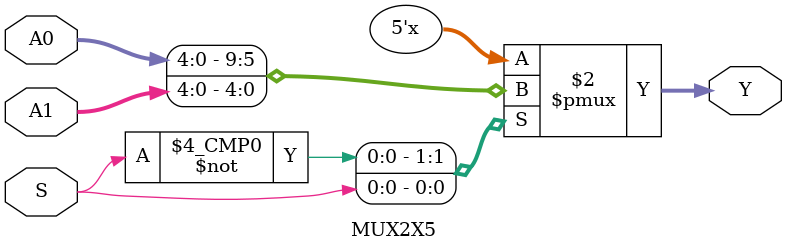
<source format=sv>
`timescale 1ns / 1ps

module MUX2X5(input  logic [4:0]  A0, A1,
    		   input              	S,
    		   output logic [4:0] 	Y);

    // Combinational logic to select between A0 and A1 based on S
    always_comb begin
        case (S)
            1'b0: Y = A0;  // When S is 0, Y is assigned A0
            1'b1: Y = A1;  // When S is 1, Y is assigned A1
            default: Y = 5'b0;
        endcase
    end

endmodule

</source>
